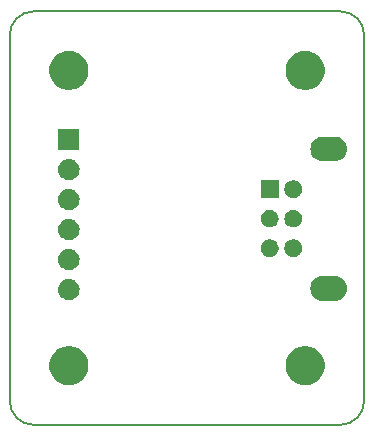
<source format=gbr>
G04 #@! TF.GenerationSoftware,KiCad,Pcbnew,5.0.1-33cea8e~68~ubuntu18.10.1*
G04 #@! TF.CreationDate,2018-11-26T23:44:30+02:00*
G04 #@! TF.ProjectId,GB-BRK-LINK-A,47422D42524B2D4C494E4B2D412E6B69,v1.0*
G04 #@! TF.SameCoordinates,Original*
G04 #@! TF.FileFunction,Soldermask,Top*
G04 #@! TF.FilePolarity,Negative*
%FSLAX46Y46*%
G04 Gerber Fmt 4.6, Leading zero omitted, Abs format (unit mm)*
G04 Created by KiCad (PCBNEW 5.0.1-33cea8e~68~ubuntu18.10.1) date ma 26. marraskuuta 2018 23.44.30*
%MOMM*%
%LPD*%
G01*
G04 APERTURE LIST*
%ADD10C,0.150000*%
%ADD11C,0.100000*%
G04 APERTURE END LIST*
D10*
X52000000Y-85000000D02*
G75*
G02X50000000Y-83000000I0J2000000D01*
G01*
X80000000Y-83000000D02*
G75*
G02X78000000Y-85000000I-2000000J0D01*
G01*
X78000000Y-50000000D02*
G75*
G02X80000000Y-52000000I0J-2000000D01*
G01*
X50000000Y-52000000D02*
G75*
G02X52000000Y-50000000I2000000J0D01*
G01*
X52000000Y-85000000D02*
X78000000Y-85000000D01*
X80000000Y-52000000D02*
X80000000Y-83000000D01*
X52000000Y-50000000D02*
X78000000Y-50000000D01*
X50000000Y-52000000D02*
X50000000Y-83000000D01*
D11*
G36*
X75375256Y-78391298D02*
X75481579Y-78412447D01*
X75782042Y-78536903D01*
X76048852Y-78715180D01*
X76052454Y-78717587D01*
X76282413Y-78947546D01*
X76463098Y-79217960D01*
X76587553Y-79518422D01*
X76651000Y-79837389D01*
X76651000Y-80162611D01*
X76587553Y-80481578D01*
X76463098Y-80782040D01*
X76282413Y-81052454D01*
X76052454Y-81282413D01*
X76052451Y-81282415D01*
X75782042Y-81463097D01*
X75481579Y-81587553D01*
X75375256Y-81608702D01*
X75162611Y-81651000D01*
X74837389Y-81651000D01*
X74624744Y-81608702D01*
X74518421Y-81587553D01*
X74217958Y-81463097D01*
X73947549Y-81282415D01*
X73947546Y-81282413D01*
X73717587Y-81052454D01*
X73536902Y-80782040D01*
X73412447Y-80481578D01*
X73349000Y-80162611D01*
X73349000Y-79837389D01*
X73412447Y-79518422D01*
X73536902Y-79217960D01*
X73717587Y-78947546D01*
X73947546Y-78717587D01*
X73951148Y-78715180D01*
X74217958Y-78536903D01*
X74518421Y-78412447D01*
X74624744Y-78391298D01*
X74837389Y-78349000D01*
X75162611Y-78349000D01*
X75375256Y-78391298D01*
X75375256Y-78391298D01*
G37*
G36*
X55375256Y-78391298D02*
X55481579Y-78412447D01*
X55782042Y-78536903D01*
X56048852Y-78715180D01*
X56052454Y-78717587D01*
X56282413Y-78947546D01*
X56463098Y-79217960D01*
X56587553Y-79518422D01*
X56651000Y-79837389D01*
X56651000Y-80162611D01*
X56587553Y-80481578D01*
X56463098Y-80782040D01*
X56282413Y-81052454D01*
X56052454Y-81282413D01*
X56052451Y-81282415D01*
X55782042Y-81463097D01*
X55481579Y-81587553D01*
X55375256Y-81608702D01*
X55162611Y-81651000D01*
X54837389Y-81651000D01*
X54624744Y-81608702D01*
X54518421Y-81587553D01*
X54217958Y-81463097D01*
X53947549Y-81282415D01*
X53947546Y-81282413D01*
X53717587Y-81052454D01*
X53536902Y-80782040D01*
X53412447Y-80481578D01*
X53349000Y-80162611D01*
X53349000Y-79837389D01*
X53412447Y-79518422D01*
X53536902Y-79217960D01*
X53717587Y-78947546D01*
X53947546Y-78717587D01*
X53951148Y-78715180D01*
X54217958Y-78536903D01*
X54518421Y-78412447D01*
X54624744Y-78391298D01*
X54837389Y-78349000D01*
X55162611Y-78349000D01*
X55375256Y-78391298D01*
X55375256Y-78391298D01*
G37*
G36*
X77582510Y-72402041D02*
X77706032Y-72414207D01*
X77904146Y-72474305D01*
X78086729Y-72571897D01*
X78246765Y-72703235D01*
X78378103Y-72863271D01*
X78475695Y-73045854D01*
X78535793Y-73243968D01*
X78556085Y-73450000D01*
X78535793Y-73656032D01*
X78475695Y-73854146D01*
X78378103Y-74036729D01*
X78246765Y-74196765D01*
X78086729Y-74328103D01*
X77904146Y-74425695D01*
X77706032Y-74485793D01*
X77582510Y-74497959D01*
X77551631Y-74501000D01*
X76448369Y-74501000D01*
X76417490Y-74497959D01*
X76293968Y-74485793D01*
X76095854Y-74425695D01*
X75913271Y-74328103D01*
X75753235Y-74196765D01*
X75621897Y-74036729D01*
X75524305Y-73854146D01*
X75464207Y-73656032D01*
X75443915Y-73450000D01*
X75464207Y-73243968D01*
X75524305Y-73045854D01*
X75621897Y-72863271D01*
X75753235Y-72703235D01*
X75913271Y-72571897D01*
X76095854Y-72474305D01*
X76293968Y-72414207D01*
X76417490Y-72402041D01*
X76448369Y-72399000D01*
X77551631Y-72399000D01*
X77582510Y-72402041D01*
X77582510Y-72402041D01*
G37*
G36*
X55110443Y-72655519D02*
X55176627Y-72662037D01*
X55289853Y-72696384D01*
X55346467Y-72713557D01*
X55485087Y-72787652D01*
X55502991Y-72797222D01*
X55538729Y-72826552D01*
X55640186Y-72909814D01*
X55723448Y-73011271D01*
X55752778Y-73047009D01*
X55752779Y-73047011D01*
X55836443Y-73203533D01*
X55848710Y-73243972D01*
X55887963Y-73373373D01*
X55905359Y-73550000D01*
X55887963Y-73726627D01*
X55853616Y-73839853D01*
X55836443Y-73896467D01*
X55762348Y-74035087D01*
X55752778Y-74052991D01*
X55723448Y-74088729D01*
X55640186Y-74190186D01*
X55538729Y-74273448D01*
X55502991Y-74302778D01*
X55502989Y-74302779D01*
X55346467Y-74386443D01*
X55289853Y-74403616D01*
X55176627Y-74437963D01*
X55110442Y-74444482D01*
X55044260Y-74451000D01*
X54955740Y-74451000D01*
X54889558Y-74444482D01*
X54823373Y-74437963D01*
X54710147Y-74403616D01*
X54653533Y-74386443D01*
X54497011Y-74302779D01*
X54497009Y-74302778D01*
X54461271Y-74273448D01*
X54359814Y-74190186D01*
X54276552Y-74088729D01*
X54247222Y-74052991D01*
X54237652Y-74035087D01*
X54163557Y-73896467D01*
X54146384Y-73839853D01*
X54112037Y-73726627D01*
X54094641Y-73550000D01*
X54112037Y-73373373D01*
X54151290Y-73243972D01*
X54163557Y-73203533D01*
X54247221Y-73047011D01*
X54247222Y-73047009D01*
X54276552Y-73011271D01*
X54359814Y-72909814D01*
X54461271Y-72826552D01*
X54497009Y-72797222D01*
X54514913Y-72787652D01*
X54653533Y-72713557D01*
X54710147Y-72696384D01*
X54823373Y-72662037D01*
X54889557Y-72655519D01*
X54955740Y-72649000D01*
X55044260Y-72649000D01*
X55110443Y-72655519D01*
X55110443Y-72655519D01*
G37*
G36*
X55110443Y-70115519D02*
X55176627Y-70122037D01*
X55289853Y-70156384D01*
X55346467Y-70173557D01*
X55485087Y-70247652D01*
X55502991Y-70257222D01*
X55517414Y-70269059D01*
X55640186Y-70369814D01*
X55723448Y-70471271D01*
X55752778Y-70507009D01*
X55752779Y-70507011D01*
X55836443Y-70663533D01*
X55836443Y-70663534D01*
X55887963Y-70833373D01*
X55905359Y-71010000D01*
X55887963Y-71186627D01*
X55853616Y-71299853D01*
X55836443Y-71356467D01*
X55762348Y-71495087D01*
X55752778Y-71512991D01*
X55723448Y-71548729D01*
X55640186Y-71650186D01*
X55538729Y-71733448D01*
X55502991Y-71762778D01*
X55502989Y-71762779D01*
X55346467Y-71846443D01*
X55289853Y-71863616D01*
X55176627Y-71897963D01*
X55110443Y-71904481D01*
X55044260Y-71911000D01*
X54955740Y-71911000D01*
X54889557Y-71904481D01*
X54823373Y-71897963D01*
X54710147Y-71863616D01*
X54653533Y-71846443D01*
X54497011Y-71762779D01*
X54497009Y-71762778D01*
X54461271Y-71733448D01*
X54359814Y-71650186D01*
X54276552Y-71548729D01*
X54247222Y-71512991D01*
X54237652Y-71495087D01*
X54163557Y-71356467D01*
X54146384Y-71299853D01*
X54112037Y-71186627D01*
X54094641Y-71010000D01*
X54112037Y-70833373D01*
X54163557Y-70663534D01*
X54163557Y-70663533D01*
X54247221Y-70507011D01*
X54247222Y-70507009D01*
X54276552Y-70471271D01*
X54359814Y-70369814D01*
X54482586Y-70269059D01*
X54497009Y-70257222D01*
X54514913Y-70247652D01*
X54653533Y-70173557D01*
X54710147Y-70156384D01*
X54823373Y-70122037D01*
X54889557Y-70115519D01*
X54955740Y-70109000D01*
X55044260Y-70109000D01*
X55110443Y-70115519D01*
X55110443Y-70115519D01*
G37*
G36*
X74132004Y-69310544D02*
X74219059Y-69327860D01*
X74355732Y-69384472D01*
X74355733Y-69384473D01*
X74478738Y-69466662D01*
X74583338Y-69571262D01*
X74583340Y-69571265D01*
X74665528Y-69694268D01*
X74722140Y-69830941D01*
X74751000Y-69976033D01*
X74751000Y-70123967D01*
X74722140Y-70269059D01*
X74665528Y-70405732D01*
X74584446Y-70527079D01*
X74583338Y-70528738D01*
X74478738Y-70633338D01*
X74478735Y-70633340D01*
X74355732Y-70715528D01*
X74219059Y-70772140D01*
X74132004Y-70789456D01*
X74073969Y-70801000D01*
X73926031Y-70801000D01*
X73867996Y-70789456D01*
X73780941Y-70772140D01*
X73644268Y-70715528D01*
X73521265Y-70633340D01*
X73521262Y-70633338D01*
X73416662Y-70528738D01*
X73415554Y-70527079D01*
X73334472Y-70405732D01*
X73277860Y-70269059D01*
X73249000Y-70123967D01*
X73249000Y-69976033D01*
X73277860Y-69830941D01*
X73334472Y-69694268D01*
X73416660Y-69571265D01*
X73416662Y-69571262D01*
X73521262Y-69466662D01*
X73644267Y-69384473D01*
X73644268Y-69384472D01*
X73780941Y-69327860D01*
X73867996Y-69310544D01*
X73926031Y-69299000D01*
X74073969Y-69299000D01*
X74132004Y-69310544D01*
X74132004Y-69310544D01*
G37*
G36*
X72132004Y-69310544D02*
X72219059Y-69327860D01*
X72355732Y-69384472D01*
X72355733Y-69384473D01*
X72478738Y-69466662D01*
X72583338Y-69571262D01*
X72583340Y-69571265D01*
X72665528Y-69694268D01*
X72722140Y-69830941D01*
X72751000Y-69976033D01*
X72751000Y-70123967D01*
X72722140Y-70269059D01*
X72665528Y-70405732D01*
X72584446Y-70527079D01*
X72583338Y-70528738D01*
X72478738Y-70633338D01*
X72478735Y-70633340D01*
X72355732Y-70715528D01*
X72219059Y-70772140D01*
X72132004Y-70789456D01*
X72073969Y-70801000D01*
X71926031Y-70801000D01*
X71867996Y-70789456D01*
X71780941Y-70772140D01*
X71644268Y-70715528D01*
X71521265Y-70633340D01*
X71521262Y-70633338D01*
X71416662Y-70528738D01*
X71415554Y-70527079D01*
X71334472Y-70405732D01*
X71277860Y-70269059D01*
X71249000Y-70123967D01*
X71249000Y-69976033D01*
X71277860Y-69830941D01*
X71334472Y-69694268D01*
X71416660Y-69571265D01*
X71416662Y-69571262D01*
X71521262Y-69466662D01*
X71644267Y-69384473D01*
X71644268Y-69384472D01*
X71780941Y-69327860D01*
X71867996Y-69310544D01*
X71926031Y-69299000D01*
X72073969Y-69299000D01*
X72132004Y-69310544D01*
X72132004Y-69310544D01*
G37*
G36*
X55110442Y-67575518D02*
X55176627Y-67582037D01*
X55289853Y-67616384D01*
X55346467Y-67633557D01*
X55485087Y-67707652D01*
X55502991Y-67717222D01*
X55538729Y-67746552D01*
X55640186Y-67829814D01*
X55702489Y-67905732D01*
X55752778Y-67967009D01*
X55752779Y-67967011D01*
X55836443Y-68123533D01*
X55836443Y-68123534D01*
X55887963Y-68293373D01*
X55905359Y-68470000D01*
X55887963Y-68646627D01*
X55853616Y-68759853D01*
X55836443Y-68816467D01*
X55762348Y-68955087D01*
X55752778Y-68972991D01*
X55723448Y-69008729D01*
X55640186Y-69110186D01*
X55538729Y-69193448D01*
X55502991Y-69222778D01*
X55502989Y-69222779D01*
X55346467Y-69306443D01*
X55289853Y-69323616D01*
X55176627Y-69357963D01*
X55110442Y-69364482D01*
X55044260Y-69371000D01*
X54955740Y-69371000D01*
X54889558Y-69364482D01*
X54823373Y-69357963D01*
X54710147Y-69323616D01*
X54653533Y-69306443D01*
X54497011Y-69222779D01*
X54497009Y-69222778D01*
X54461271Y-69193448D01*
X54359814Y-69110186D01*
X54276552Y-69008729D01*
X54247222Y-68972991D01*
X54237652Y-68955087D01*
X54163557Y-68816467D01*
X54146384Y-68759853D01*
X54112037Y-68646627D01*
X54094641Y-68470000D01*
X54112037Y-68293373D01*
X54163557Y-68123534D01*
X54163557Y-68123533D01*
X54247221Y-67967011D01*
X54247222Y-67967009D01*
X54297511Y-67905732D01*
X54359814Y-67829814D01*
X54461271Y-67746552D01*
X54497009Y-67717222D01*
X54514913Y-67707652D01*
X54653533Y-67633557D01*
X54710147Y-67616384D01*
X54823373Y-67582037D01*
X54889558Y-67575518D01*
X54955740Y-67569000D01*
X55044260Y-67569000D01*
X55110442Y-67575518D01*
X55110442Y-67575518D01*
G37*
G36*
X74132004Y-66810544D02*
X74219059Y-66827860D01*
X74355732Y-66884472D01*
X74355733Y-66884473D01*
X74478738Y-66966662D01*
X74583338Y-67071262D01*
X74583340Y-67071265D01*
X74665528Y-67194268D01*
X74722140Y-67330941D01*
X74739456Y-67417996D01*
X74751000Y-67476031D01*
X74751000Y-67623969D01*
X74739456Y-67682004D01*
X74722140Y-67769059D01*
X74665528Y-67905732D01*
X74665527Y-67905733D01*
X74583338Y-68028738D01*
X74478738Y-68133338D01*
X74478735Y-68133340D01*
X74355732Y-68215528D01*
X74219059Y-68272140D01*
X74132004Y-68289456D01*
X74073969Y-68301000D01*
X73926031Y-68301000D01*
X73867996Y-68289456D01*
X73780941Y-68272140D01*
X73644268Y-68215528D01*
X73521265Y-68133340D01*
X73521262Y-68133338D01*
X73416662Y-68028738D01*
X73334473Y-67905733D01*
X73334472Y-67905732D01*
X73277860Y-67769059D01*
X73260544Y-67682004D01*
X73249000Y-67623969D01*
X73249000Y-67476031D01*
X73260544Y-67417996D01*
X73277860Y-67330941D01*
X73334472Y-67194268D01*
X73416660Y-67071265D01*
X73416662Y-67071262D01*
X73521262Y-66966662D01*
X73644267Y-66884473D01*
X73644268Y-66884472D01*
X73780941Y-66827860D01*
X73867996Y-66810544D01*
X73926031Y-66799000D01*
X74073969Y-66799000D01*
X74132004Y-66810544D01*
X74132004Y-66810544D01*
G37*
G36*
X72132004Y-66810544D02*
X72219059Y-66827860D01*
X72355732Y-66884472D01*
X72355733Y-66884473D01*
X72478738Y-66966662D01*
X72583338Y-67071262D01*
X72583340Y-67071265D01*
X72665528Y-67194268D01*
X72722140Y-67330941D01*
X72739456Y-67417996D01*
X72751000Y-67476031D01*
X72751000Y-67623969D01*
X72739456Y-67682004D01*
X72722140Y-67769059D01*
X72665528Y-67905732D01*
X72665527Y-67905733D01*
X72583338Y-68028738D01*
X72478738Y-68133338D01*
X72478735Y-68133340D01*
X72355732Y-68215528D01*
X72219059Y-68272140D01*
X72132004Y-68289456D01*
X72073969Y-68301000D01*
X71926031Y-68301000D01*
X71867996Y-68289456D01*
X71780941Y-68272140D01*
X71644268Y-68215528D01*
X71521265Y-68133340D01*
X71521262Y-68133338D01*
X71416662Y-68028738D01*
X71334473Y-67905733D01*
X71334472Y-67905732D01*
X71277860Y-67769059D01*
X71260544Y-67682004D01*
X71249000Y-67623969D01*
X71249000Y-67476031D01*
X71260544Y-67417996D01*
X71277860Y-67330941D01*
X71334472Y-67194268D01*
X71416660Y-67071265D01*
X71416662Y-67071262D01*
X71521262Y-66966662D01*
X71644267Y-66884473D01*
X71644268Y-66884472D01*
X71780941Y-66827860D01*
X71867996Y-66810544D01*
X71926031Y-66799000D01*
X72073969Y-66799000D01*
X72132004Y-66810544D01*
X72132004Y-66810544D01*
G37*
G36*
X55110443Y-65035519D02*
X55176627Y-65042037D01*
X55289853Y-65076384D01*
X55346467Y-65093557D01*
X55485087Y-65167652D01*
X55502991Y-65177222D01*
X55538729Y-65206552D01*
X55640186Y-65289814D01*
X55723448Y-65391271D01*
X55752778Y-65427009D01*
X55752779Y-65427011D01*
X55836443Y-65583533D01*
X55836443Y-65583534D01*
X55887963Y-65753373D01*
X55905359Y-65930000D01*
X55887963Y-66106627D01*
X55853616Y-66219853D01*
X55836443Y-66276467D01*
X55762348Y-66415087D01*
X55752778Y-66432991D01*
X55723448Y-66468729D01*
X55640186Y-66570186D01*
X55538729Y-66653448D01*
X55502991Y-66682778D01*
X55502989Y-66682779D01*
X55346467Y-66766443D01*
X55289853Y-66783616D01*
X55176627Y-66817963D01*
X55110443Y-66824481D01*
X55044260Y-66831000D01*
X54955740Y-66831000D01*
X54889557Y-66824481D01*
X54823373Y-66817963D01*
X54710147Y-66783616D01*
X54653533Y-66766443D01*
X54497011Y-66682779D01*
X54497009Y-66682778D01*
X54461271Y-66653448D01*
X54359814Y-66570186D01*
X54276552Y-66468729D01*
X54247222Y-66432991D01*
X54237652Y-66415087D01*
X54163557Y-66276467D01*
X54146384Y-66219853D01*
X54112037Y-66106627D01*
X54094641Y-65930000D01*
X54112037Y-65753373D01*
X54163557Y-65583534D01*
X54163557Y-65583533D01*
X54247221Y-65427011D01*
X54247222Y-65427009D01*
X54276552Y-65391271D01*
X54359814Y-65289814D01*
X54461271Y-65206552D01*
X54497009Y-65177222D01*
X54514913Y-65167652D01*
X54653533Y-65093557D01*
X54710147Y-65076384D01*
X54823373Y-65042037D01*
X54889557Y-65035519D01*
X54955740Y-65029000D01*
X55044260Y-65029000D01*
X55110443Y-65035519D01*
X55110443Y-65035519D01*
G37*
G36*
X72751000Y-65801000D02*
X71249000Y-65801000D01*
X71249000Y-64299000D01*
X72751000Y-64299000D01*
X72751000Y-65801000D01*
X72751000Y-65801000D01*
G37*
G36*
X74132004Y-64310544D02*
X74219059Y-64327860D01*
X74355732Y-64384472D01*
X74355733Y-64384473D01*
X74478738Y-64466662D01*
X74583338Y-64571262D01*
X74583340Y-64571265D01*
X74665528Y-64694268D01*
X74722140Y-64830941D01*
X74751000Y-64976033D01*
X74751000Y-65123967D01*
X74722140Y-65269059D01*
X74665528Y-65405732D01*
X74665527Y-65405733D01*
X74583338Y-65528738D01*
X74478738Y-65633338D01*
X74478735Y-65633340D01*
X74355732Y-65715528D01*
X74219059Y-65772140D01*
X74132004Y-65789456D01*
X74073969Y-65801000D01*
X73926031Y-65801000D01*
X73867996Y-65789456D01*
X73780941Y-65772140D01*
X73644268Y-65715528D01*
X73521265Y-65633340D01*
X73521262Y-65633338D01*
X73416662Y-65528738D01*
X73334473Y-65405733D01*
X73334472Y-65405732D01*
X73277860Y-65269059D01*
X73249000Y-65123967D01*
X73249000Y-64976033D01*
X73277860Y-64830941D01*
X73334472Y-64694268D01*
X73416660Y-64571265D01*
X73416662Y-64571262D01*
X73521262Y-64466662D01*
X73644267Y-64384473D01*
X73644268Y-64384472D01*
X73780941Y-64327860D01*
X73867996Y-64310544D01*
X73926031Y-64299000D01*
X74073969Y-64299000D01*
X74132004Y-64310544D01*
X74132004Y-64310544D01*
G37*
G36*
X55110443Y-62495519D02*
X55176627Y-62502037D01*
X55262555Y-62528103D01*
X55346467Y-62553557D01*
X55481424Y-62625694D01*
X55502991Y-62637222D01*
X55538729Y-62666552D01*
X55640186Y-62749814D01*
X55723448Y-62851271D01*
X55752778Y-62887009D01*
X55752779Y-62887011D01*
X55836443Y-63043533D01*
X55836443Y-63043534D01*
X55887963Y-63213373D01*
X55905359Y-63390000D01*
X55887963Y-63566627D01*
X55853616Y-63679853D01*
X55836443Y-63736467D01*
X55762348Y-63875087D01*
X55752778Y-63892991D01*
X55723448Y-63928729D01*
X55640186Y-64030186D01*
X55538729Y-64113448D01*
X55502991Y-64142778D01*
X55502989Y-64142779D01*
X55346467Y-64226443D01*
X55289853Y-64243616D01*
X55176627Y-64277963D01*
X55110442Y-64284482D01*
X55044260Y-64291000D01*
X54955740Y-64291000D01*
X54889558Y-64284482D01*
X54823373Y-64277963D01*
X54710147Y-64243616D01*
X54653533Y-64226443D01*
X54497011Y-64142779D01*
X54497009Y-64142778D01*
X54461271Y-64113448D01*
X54359814Y-64030186D01*
X54276552Y-63928729D01*
X54247222Y-63892991D01*
X54237652Y-63875087D01*
X54163557Y-63736467D01*
X54146384Y-63679853D01*
X54112037Y-63566627D01*
X54094641Y-63390000D01*
X54112037Y-63213373D01*
X54163557Y-63043534D01*
X54163557Y-63043533D01*
X54247221Y-62887011D01*
X54247222Y-62887009D01*
X54276552Y-62851271D01*
X54359814Y-62749814D01*
X54461271Y-62666552D01*
X54497009Y-62637222D01*
X54518576Y-62625694D01*
X54653533Y-62553557D01*
X54737445Y-62528103D01*
X54823373Y-62502037D01*
X54889557Y-62495519D01*
X54955740Y-62489000D01*
X55044260Y-62489000D01*
X55110443Y-62495519D01*
X55110443Y-62495519D01*
G37*
G36*
X77582510Y-60602041D02*
X77706032Y-60614207D01*
X77904146Y-60674305D01*
X78086729Y-60771897D01*
X78246765Y-60903235D01*
X78378103Y-61063271D01*
X78475695Y-61245854D01*
X78535793Y-61443968D01*
X78556085Y-61650000D01*
X78535793Y-61856032D01*
X78475695Y-62054146D01*
X78378103Y-62236729D01*
X78246765Y-62396765D01*
X78086729Y-62528103D01*
X77904146Y-62625695D01*
X77706032Y-62685793D01*
X77582510Y-62697959D01*
X77551631Y-62701000D01*
X76448369Y-62701000D01*
X76417490Y-62697959D01*
X76293968Y-62685793D01*
X76095854Y-62625695D01*
X75913271Y-62528103D01*
X75753235Y-62396765D01*
X75621897Y-62236729D01*
X75524305Y-62054146D01*
X75464207Y-61856032D01*
X75443915Y-61650000D01*
X75464207Y-61443968D01*
X75524305Y-61245854D01*
X75621897Y-61063271D01*
X75753235Y-60903235D01*
X75913271Y-60771897D01*
X76095854Y-60674305D01*
X76293968Y-60614207D01*
X76417490Y-60602041D01*
X76448369Y-60599000D01*
X77551631Y-60599000D01*
X77582510Y-60602041D01*
X77582510Y-60602041D01*
G37*
G36*
X55901000Y-61751000D02*
X54099000Y-61751000D01*
X54099000Y-59949000D01*
X55901000Y-59949000D01*
X55901000Y-61751000D01*
X55901000Y-61751000D01*
G37*
G36*
X55375256Y-53391298D02*
X55481579Y-53412447D01*
X55782042Y-53536903D01*
X56048852Y-53715180D01*
X56052454Y-53717587D01*
X56282413Y-53947546D01*
X56463098Y-54217960D01*
X56587553Y-54518422D01*
X56651000Y-54837389D01*
X56651000Y-55162611D01*
X56587553Y-55481578D01*
X56463098Y-55782040D01*
X56282413Y-56052454D01*
X56052454Y-56282413D01*
X56052451Y-56282415D01*
X55782042Y-56463097D01*
X55481579Y-56587553D01*
X55375256Y-56608702D01*
X55162611Y-56651000D01*
X54837389Y-56651000D01*
X54624744Y-56608702D01*
X54518421Y-56587553D01*
X54217958Y-56463097D01*
X53947549Y-56282415D01*
X53947546Y-56282413D01*
X53717587Y-56052454D01*
X53536902Y-55782040D01*
X53412447Y-55481578D01*
X53349000Y-55162611D01*
X53349000Y-54837389D01*
X53412447Y-54518422D01*
X53536902Y-54217960D01*
X53717587Y-53947546D01*
X53947546Y-53717587D01*
X53951148Y-53715180D01*
X54217958Y-53536903D01*
X54518421Y-53412447D01*
X54624744Y-53391298D01*
X54837389Y-53349000D01*
X55162611Y-53349000D01*
X55375256Y-53391298D01*
X55375256Y-53391298D01*
G37*
G36*
X75375256Y-53391298D02*
X75481579Y-53412447D01*
X75782042Y-53536903D01*
X76048852Y-53715180D01*
X76052454Y-53717587D01*
X76282413Y-53947546D01*
X76463098Y-54217960D01*
X76587553Y-54518422D01*
X76651000Y-54837389D01*
X76651000Y-55162611D01*
X76587553Y-55481578D01*
X76463098Y-55782040D01*
X76282413Y-56052454D01*
X76052454Y-56282413D01*
X76052451Y-56282415D01*
X75782042Y-56463097D01*
X75481579Y-56587553D01*
X75375256Y-56608702D01*
X75162611Y-56651000D01*
X74837389Y-56651000D01*
X74624744Y-56608702D01*
X74518421Y-56587553D01*
X74217958Y-56463097D01*
X73947549Y-56282415D01*
X73947546Y-56282413D01*
X73717587Y-56052454D01*
X73536902Y-55782040D01*
X73412447Y-55481578D01*
X73349000Y-55162611D01*
X73349000Y-54837389D01*
X73412447Y-54518422D01*
X73536902Y-54217960D01*
X73717587Y-53947546D01*
X73947546Y-53717587D01*
X73951148Y-53715180D01*
X74217958Y-53536903D01*
X74518421Y-53412447D01*
X74624744Y-53391298D01*
X74837389Y-53349000D01*
X75162611Y-53349000D01*
X75375256Y-53391298D01*
X75375256Y-53391298D01*
G37*
M02*

</source>
